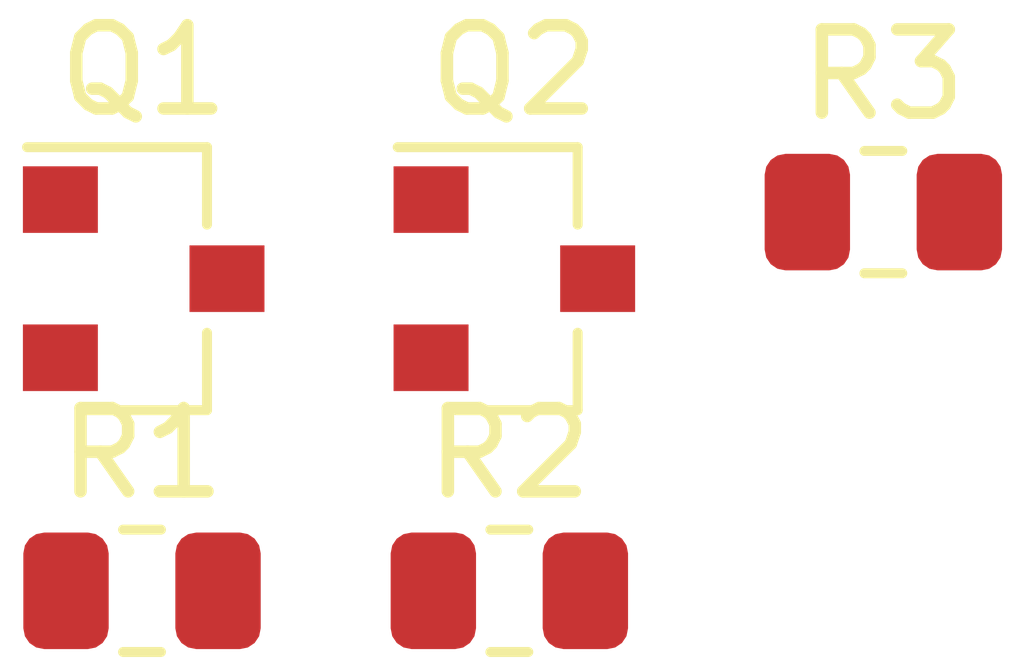
<source format=kicad_pcb>
(kicad_pcb (version 20171130) (host pcbnew "(5.1.10-1-10_14)")

  (general
    (thickness 1.6)
    (drawings 0)
    (tracks 0)
    (zones 0)
    (modules 5)
    (nets 9)
  )

  (page A4)
  (layers
    (0 F.Cu signal)
    (31 B.Cu signal)
    (32 B.Adhes user)
    (33 F.Adhes user)
    (34 B.Paste user)
    (35 F.Paste user)
    (36 B.SilkS user)
    (37 F.SilkS user)
    (38 B.Mask user)
    (39 F.Mask user)
    (40 Dwgs.User user)
    (41 Cmts.User user)
    (42 Eco1.User user)
    (43 Eco2.User user)
    (44 Edge.Cuts user)
    (45 Margin user)
    (46 B.CrtYd user)
    (47 F.CrtYd user)
    (48 B.Fab user hide)
    (49 F.Fab user hide)
  )

  (setup
    (last_trace_width 0.25)
    (trace_clearance 0.2)
    (zone_clearance 0.508)
    (zone_45_only no)
    (trace_min 0.2)
    (via_size 0.8)
    (via_drill 0.4)
    (via_min_size 0.4)
    (via_min_drill 0.3)
    (uvia_size 0.3)
    (uvia_drill 0.1)
    (uvias_allowed no)
    (uvia_min_size 0.2)
    (uvia_min_drill 0.1)
    (edge_width 0.05)
    (segment_width 0.2)
    (pcb_text_width 0.3)
    (pcb_text_size 1.5 1.5)
    (mod_edge_width 0.12)
    (mod_text_size 1 1)
    (mod_text_width 0.15)
    (pad_size 1.524 1.524)
    (pad_drill 0.762)
    (pad_to_mask_clearance 0)
    (aux_axis_origin 0 0)
    (visible_elements FFFFFF7F)
    (pcbplotparams
      (layerselection 0x010fc_ffffffff)
      (usegerberextensions false)
      (usegerberattributes true)
      (usegerberadvancedattributes true)
      (creategerberjobfile true)
      (excludeedgelayer true)
      (linewidth 0.100000)
      (plotframeref false)
      (viasonmask false)
      (mode 1)
      (useauxorigin false)
      (hpglpennumber 1)
      (hpglpenspeed 20)
      (hpglpendiameter 15.000000)
      (psnegative false)
      (psa4output false)
      (plotreference true)
      (plotvalue true)
      (plotinvisibletext false)
      (padsonsilk false)
      (subtractmaskfromsilk false)
      (outputformat 1)
      (mirror false)
      (drillshape 1)
      (scaleselection 1)
      (outputdirectory ""))
  )

  (net 0 "")
  (net 1 /Q)
  (net 2 "Net-(Q1-Pad2)")
  (net 3 "Net-(Q1-Pad1)")
  (net 4 GND)
  (net 5 "Net-(Q2-Pad1)")
  (net 6 /A)
  (net 7 VCC)
  (net 8 /B)

  (net_class Default "This is the default net class."
    (clearance 0.2)
    (trace_width 0.25)
    (via_dia 0.8)
    (via_drill 0.4)
    (uvia_dia 0.3)
    (uvia_drill 0.1)
    (add_net /A)
    (add_net /B)
    (add_net /Q)
    (add_net GND)
    (add_net "Net-(Q1-Pad1)")
    (add_net "Net-(Q1-Pad2)")
    (add_net "Net-(Q2-Pad1)")
    (add_net VCC)
  )

  (module Resistor_SMD:R_0805_2012Metric (layer F.Cu) (tedit 5F68FEEE) (tstamp 617D7E59)
    (at 147.31 80.48)
    (descr "Resistor SMD 0805 (2012 Metric), square (rectangular) end terminal, IPC_7351 nominal, (Body size source: IPC-SM-782 page 72, https://www.pcb-3d.com/wordpress/wp-content/uploads/ipc-sm-782a_amendment_1_and_2.pdf), generated with kicad-footprint-generator")
    (tags resistor)
    (path /617E278E)
    (attr smd)
    (fp_text reference R3 (at 0 -1.65) (layer F.SilkS)
      (effects (font (size 1 1) (thickness 0.15)))
    )
    (fp_text value 10kohm (at 0 1.65) (layer F.Fab)
      (effects (font (size 1 1) (thickness 0.15)))
    )
    (fp_text user %R (at 0 0) (layer F.Fab)
      (effects (font (size 0.5 0.5) (thickness 0.08)))
    )
    (fp_line (start -1 0.625) (end -1 -0.625) (layer F.Fab) (width 0.1))
    (fp_line (start -1 -0.625) (end 1 -0.625) (layer F.Fab) (width 0.1))
    (fp_line (start 1 -0.625) (end 1 0.625) (layer F.Fab) (width 0.1))
    (fp_line (start 1 0.625) (end -1 0.625) (layer F.Fab) (width 0.1))
    (fp_line (start -0.227064 -0.735) (end 0.227064 -0.735) (layer F.SilkS) (width 0.12))
    (fp_line (start -0.227064 0.735) (end 0.227064 0.735) (layer F.SilkS) (width 0.12))
    (fp_line (start -1.68 0.95) (end -1.68 -0.95) (layer F.CrtYd) (width 0.05))
    (fp_line (start -1.68 -0.95) (end 1.68 -0.95) (layer F.CrtYd) (width 0.05))
    (fp_line (start 1.68 -0.95) (end 1.68 0.95) (layer F.CrtYd) (width 0.05))
    (fp_line (start 1.68 0.95) (end -1.68 0.95) (layer F.CrtYd) (width 0.05))
    (pad 2 smd roundrect (at 0.9125 0) (size 1.025 1.4) (layers F.Cu F.Paste F.Mask) (roundrect_rratio 0.243902)
      (net 3 "Net-(Q1-Pad1)"))
    (pad 1 smd roundrect (at -0.9125 0) (size 1.025 1.4) (layers F.Cu F.Paste F.Mask) (roundrect_rratio 0.243902)
      (net 8 /B))
    (model ${KISYS3DMOD}/Resistor_SMD.3dshapes/R_0805_2012Metric.wrl
      (at (xyz 0 0 0))
      (scale (xyz 1 1 1))
      (rotate (xyz 0 0 0))
    )
  )

  (module Resistor_SMD:R_0805_2012Metric (layer F.Cu) (tedit 5F68FEEE) (tstamp 617D7E48)
    (at 142.82 85.03)
    (descr "Resistor SMD 0805 (2012 Metric), square (rectangular) end terminal, IPC_7351 nominal, (Body size source: IPC-SM-782 page 72, https://www.pcb-3d.com/wordpress/wp-content/uploads/ipc-sm-782a_amendment_1_and_2.pdf), generated with kicad-footprint-generator")
    (tags resistor)
    (path /617D969A)
    (attr smd)
    (fp_text reference R2 (at 0 -1.65) (layer F.SilkS)
      (effects (font (size 1 1) (thickness 0.15)))
    )
    (fp_text value 3.9kohm (at 0 1.65) (layer F.Fab)
      (effects (font (size 1 1) (thickness 0.15)))
    )
    (fp_text user %R (at 0 0) (layer F.Fab)
      (effects (font (size 0.5 0.5) (thickness 0.08)))
    )
    (fp_line (start -1 0.625) (end -1 -0.625) (layer F.Fab) (width 0.1))
    (fp_line (start -1 -0.625) (end 1 -0.625) (layer F.Fab) (width 0.1))
    (fp_line (start 1 -0.625) (end 1 0.625) (layer F.Fab) (width 0.1))
    (fp_line (start 1 0.625) (end -1 0.625) (layer F.Fab) (width 0.1))
    (fp_line (start -0.227064 -0.735) (end 0.227064 -0.735) (layer F.SilkS) (width 0.12))
    (fp_line (start -0.227064 0.735) (end 0.227064 0.735) (layer F.SilkS) (width 0.12))
    (fp_line (start -1.68 0.95) (end -1.68 -0.95) (layer F.CrtYd) (width 0.05))
    (fp_line (start -1.68 -0.95) (end 1.68 -0.95) (layer F.CrtYd) (width 0.05))
    (fp_line (start 1.68 -0.95) (end 1.68 0.95) (layer F.CrtYd) (width 0.05))
    (fp_line (start 1.68 0.95) (end -1.68 0.95) (layer F.CrtYd) (width 0.05))
    (pad 2 smd roundrect (at 0.9125 0) (size 1.025 1.4) (layers F.Cu F.Paste F.Mask) (roundrect_rratio 0.243902)
      (net 7 VCC))
    (pad 1 smd roundrect (at -0.9125 0) (size 1.025 1.4) (layers F.Cu F.Paste F.Mask) (roundrect_rratio 0.243902)
      (net 1 /Q))
    (model ${KISYS3DMOD}/Resistor_SMD.3dshapes/R_0805_2012Metric.wrl
      (at (xyz 0 0 0))
      (scale (xyz 1 1 1))
      (rotate (xyz 0 0 0))
    )
  )

  (module Resistor_SMD:R_0805_2012Metric (layer F.Cu) (tedit 5F68FEEE) (tstamp 617D7E37)
    (at 138.41 85.03)
    (descr "Resistor SMD 0805 (2012 Metric), square (rectangular) end terminal, IPC_7351 nominal, (Body size source: IPC-SM-782 page 72, https://www.pcb-3d.com/wordpress/wp-content/uploads/ipc-sm-782a_amendment_1_and_2.pdf), generated with kicad-footprint-generator")
    (tags resistor)
    (path /617DA669)
    (attr smd)
    (fp_text reference R1 (at 0 -1.65) (layer F.SilkS)
      (effects (font (size 1 1) (thickness 0.15)))
    )
    (fp_text value 10kohm (at 0 1.65) (layer F.Fab)
      (effects (font (size 1 1) (thickness 0.15)))
    )
    (fp_text user %R (at 0 0) (layer F.Fab)
      (effects (font (size 0.5 0.5) (thickness 0.08)))
    )
    (fp_line (start -1 0.625) (end -1 -0.625) (layer F.Fab) (width 0.1))
    (fp_line (start -1 -0.625) (end 1 -0.625) (layer F.Fab) (width 0.1))
    (fp_line (start 1 -0.625) (end 1 0.625) (layer F.Fab) (width 0.1))
    (fp_line (start 1 0.625) (end -1 0.625) (layer F.Fab) (width 0.1))
    (fp_line (start -0.227064 -0.735) (end 0.227064 -0.735) (layer F.SilkS) (width 0.12))
    (fp_line (start -0.227064 0.735) (end 0.227064 0.735) (layer F.SilkS) (width 0.12))
    (fp_line (start -1.68 0.95) (end -1.68 -0.95) (layer F.CrtYd) (width 0.05))
    (fp_line (start -1.68 -0.95) (end 1.68 -0.95) (layer F.CrtYd) (width 0.05))
    (fp_line (start 1.68 -0.95) (end 1.68 0.95) (layer F.CrtYd) (width 0.05))
    (fp_line (start 1.68 0.95) (end -1.68 0.95) (layer F.CrtYd) (width 0.05))
    (pad 2 smd roundrect (at 0.9125 0) (size 1.025 1.4) (layers F.Cu F.Paste F.Mask) (roundrect_rratio 0.243902)
      (net 5 "Net-(Q2-Pad1)"))
    (pad 1 smd roundrect (at -0.9125 0) (size 1.025 1.4) (layers F.Cu F.Paste F.Mask) (roundrect_rratio 0.243902)
      (net 6 /A))
    (model ${KISYS3DMOD}/Resistor_SMD.3dshapes/R_0805_2012Metric.wrl
      (at (xyz 0 0 0))
      (scale (xyz 1 1 1))
      (rotate (xyz 0 0 0))
    )
  )

  (module Package_TO_SOT_SMD:SOT-23 (layer F.Cu) (tedit 5A02FF57) (tstamp 617D7E26)
    (at 142.88 81.28)
    (descr "SOT-23, Standard")
    (tags SOT-23)
    (path /617E0C6B)
    (attr smd)
    (fp_text reference Q2 (at 0 -2.5) (layer F.SilkS)
      (effects (font (size 1 1) (thickness 0.15)))
    )
    (fp_text value PMBT2222 (at 0 2.5) (layer F.Fab)
      (effects (font (size 1 1) (thickness 0.15)))
    )
    (fp_text user %R (at 0 0 90) (layer F.Fab)
      (effects (font (size 0.5 0.5) (thickness 0.075)))
    )
    (fp_line (start -0.7 -0.95) (end -0.7 1.5) (layer F.Fab) (width 0.1))
    (fp_line (start -0.15 -1.52) (end 0.7 -1.52) (layer F.Fab) (width 0.1))
    (fp_line (start -0.7 -0.95) (end -0.15 -1.52) (layer F.Fab) (width 0.1))
    (fp_line (start 0.7 -1.52) (end 0.7 1.52) (layer F.Fab) (width 0.1))
    (fp_line (start -0.7 1.52) (end 0.7 1.52) (layer F.Fab) (width 0.1))
    (fp_line (start 0.76 1.58) (end 0.76 0.65) (layer F.SilkS) (width 0.12))
    (fp_line (start 0.76 -1.58) (end 0.76 -0.65) (layer F.SilkS) (width 0.12))
    (fp_line (start -1.7 -1.75) (end 1.7 -1.75) (layer F.CrtYd) (width 0.05))
    (fp_line (start 1.7 -1.75) (end 1.7 1.75) (layer F.CrtYd) (width 0.05))
    (fp_line (start 1.7 1.75) (end -1.7 1.75) (layer F.CrtYd) (width 0.05))
    (fp_line (start -1.7 1.75) (end -1.7 -1.75) (layer F.CrtYd) (width 0.05))
    (fp_line (start 0.76 -1.58) (end -1.4 -1.58) (layer F.SilkS) (width 0.12))
    (fp_line (start 0.76 1.58) (end -0.7 1.58) (layer F.SilkS) (width 0.12))
    (pad 3 smd rect (at 1 0) (size 0.9 0.8) (layers F.Cu F.Paste F.Mask)
      (net 2 "Net-(Q1-Pad2)"))
    (pad 2 smd rect (at -1 0.95) (size 0.9 0.8) (layers F.Cu F.Paste F.Mask)
      (net 4 GND))
    (pad 1 smd rect (at -1 -0.95) (size 0.9 0.8) (layers F.Cu F.Paste F.Mask)
      (net 5 "Net-(Q2-Pad1)"))
    (model ${KISYS3DMOD}/Package_TO_SOT_SMD.3dshapes/SOT-23.wrl
      (at (xyz 0 0 0))
      (scale (xyz 1 1 1))
      (rotate (xyz 0 0 0))
    )
  )

  (module Package_TO_SOT_SMD:SOT-23 (layer F.Cu) (tedit 5A02FF57) (tstamp 617D7E11)
    (at 138.43 81.28)
    (descr "SOT-23, Standard")
    (tags SOT-23)
    (path /617D834E)
    (attr smd)
    (fp_text reference Q1 (at 0 -2.5) (layer F.SilkS)
      (effects (font (size 1 1) (thickness 0.15)))
    )
    (fp_text value PMBT2222 (at 0 2.5) (layer F.Fab)
      (effects (font (size 1 1) (thickness 0.15)))
    )
    (fp_text user %R (at 0 0 90) (layer F.Fab)
      (effects (font (size 0.5 0.5) (thickness 0.075)))
    )
    (fp_line (start -0.7 -0.95) (end -0.7 1.5) (layer F.Fab) (width 0.1))
    (fp_line (start -0.15 -1.52) (end 0.7 -1.52) (layer F.Fab) (width 0.1))
    (fp_line (start -0.7 -0.95) (end -0.15 -1.52) (layer F.Fab) (width 0.1))
    (fp_line (start 0.7 -1.52) (end 0.7 1.52) (layer F.Fab) (width 0.1))
    (fp_line (start -0.7 1.52) (end 0.7 1.52) (layer F.Fab) (width 0.1))
    (fp_line (start 0.76 1.58) (end 0.76 0.65) (layer F.SilkS) (width 0.12))
    (fp_line (start 0.76 -1.58) (end 0.76 -0.65) (layer F.SilkS) (width 0.12))
    (fp_line (start -1.7 -1.75) (end 1.7 -1.75) (layer F.CrtYd) (width 0.05))
    (fp_line (start 1.7 -1.75) (end 1.7 1.75) (layer F.CrtYd) (width 0.05))
    (fp_line (start 1.7 1.75) (end -1.7 1.75) (layer F.CrtYd) (width 0.05))
    (fp_line (start -1.7 1.75) (end -1.7 -1.75) (layer F.CrtYd) (width 0.05))
    (fp_line (start 0.76 -1.58) (end -1.4 -1.58) (layer F.SilkS) (width 0.12))
    (fp_line (start 0.76 1.58) (end -0.7 1.58) (layer F.SilkS) (width 0.12))
    (pad 3 smd rect (at 1 0) (size 0.9 0.8) (layers F.Cu F.Paste F.Mask)
      (net 1 /Q))
    (pad 2 smd rect (at -1 0.95) (size 0.9 0.8) (layers F.Cu F.Paste F.Mask)
      (net 2 "Net-(Q1-Pad2)"))
    (pad 1 smd rect (at -1 -0.95) (size 0.9 0.8) (layers F.Cu F.Paste F.Mask)
      (net 3 "Net-(Q1-Pad1)"))
    (model ${KISYS3DMOD}/Package_TO_SOT_SMD.3dshapes/SOT-23.wrl
      (at (xyz 0 0 0))
      (scale (xyz 1 1 1))
      (rotate (xyz 0 0 0))
    )
  )

)

</source>
